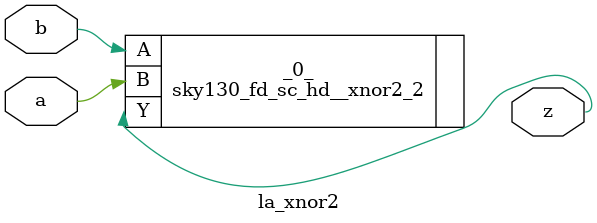
<source format=v>

module la_xnor2(a, b, z);
  input a;
  input b;
  output z;
  sky130_fd_sc_hd__xnor2_2 _0_ (
    .A(b),
    .B(a),
    .Y(z)
  );
endmodule

</source>
